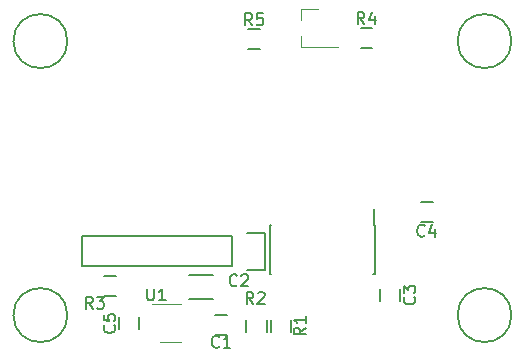
<source format=gto>
G04 #@! TF.FileFunction,Legend,Top*
%FSLAX46Y46*%
G04 Gerber Fmt 4.6, Leading zero omitted, Abs format (unit mm)*
G04 Created by KiCad (PCBNEW 4.0.5+dfsg1-4) date Tue Mar 13 15:03:46 2018*
%MOMM*%
%LPD*%
G01*
G04 APERTURE LIST*
%ADD10C,0.100000*%
%ADD11C,0.150000*%
%ADD12C,0.120000*%
G04 APERTURE END LIST*
D10*
D11*
X126994880Y-95367760D02*
X114294880Y-95367760D01*
X114294880Y-95367760D02*
X114294880Y-92827760D01*
X114294880Y-92827760D02*
X126994880Y-92827760D01*
X129814880Y-95647760D02*
X128264880Y-95647760D01*
X126994880Y-95367760D02*
X126994880Y-92827760D01*
X128264880Y-92547760D02*
X129814880Y-92547760D01*
X129814880Y-92547760D02*
X129814880Y-95647760D01*
D12*
X132804880Y-73617760D02*
X132804880Y-74547760D01*
X132804880Y-76777760D02*
X132804880Y-75847760D01*
X132804880Y-76777760D02*
X135964880Y-76777760D01*
X132804880Y-73617760D02*
X134264880Y-73617760D01*
D11*
X139070000Y-91905000D02*
X139045000Y-91905000D01*
X139070000Y-96055000D02*
X138955000Y-96055000D01*
X130170000Y-96055000D02*
X130285000Y-96055000D01*
X130170000Y-91905000D02*
X130285000Y-91905000D01*
X139070000Y-91905000D02*
X139070000Y-96055000D01*
X130170000Y-91905000D02*
X130170000Y-96055000D01*
X139045000Y-91905000D02*
X139045000Y-90530000D01*
X113050880Y-76297760D02*
G75*
G03X113050880Y-76297760I-2286000J0D01*
G01*
X150650880Y-76297760D02*
G75*
G03X150650880Y-76297760I-2286000J0D01*
G01*
X113050880Y-99497760D02*
G75*
G03X113050880Y-99497760I-2286000J0D01*
G01*
X150650880Y-99497760D02*
G75*
G03X150650880Y-99497760I-2286000J0D01*
G01*
X119114880Y-100697760D02*
X119114880Y-99697760D01*
X117414880Y-99697760D02*
X117414880Y-100697760D01*
X125564880Y-101147760D02*
X126564880Y-101147760D01*
X126564880Y-99447760D02*
X125564880Y-99447760D01*
X125364880Y-96072760D02*
X123364880Y-96072760D01*
X123364880Y-98122760D02*
X125364880Y-98122760D01*
X141214880Y-98297760D02*
X141214880Y-97297760D01*
X139514880Y-97297760D02*
X139514880Y-98297760D01*
X142964880Y-91647760D02*
X143964880Y-91647760D01*
X143964880Y-89947760D02*
X142964880Y-89947760D01*
X130314880Y-99897760D02*
X130314880Y-100897760D01*
X132014880Y-100897760D02*
X132014880Y-99897760D01*
X129914880Y-100897760D02*
X129914880Y-99897760D01*
X128214880Y-99897760D02*
X128214880Y-100897760D01*
X117164880Y-96147760D02*
X116164880Y-96147760D01*
X116164880Y-97847760D02*
X117164880Y-97847760D01*
X138879200Y-75197600D02*
X137879200Y-75197600D01*
X137879200Y-76897600D02*
X138879200Y-76897600D01*
X128364880Y-76947760D02*
X129364880Y-76947760D01*
X129364880Y-75247760D02*
X128364880Y-75247760D01*
D12*
X120864880Y-101807760D02*
X122664880Y-101807760D01*
X122664880Y-98587760D02*
X120214880Y-98587760D01*
D11*
X117022023Y-100364426D02*
X117069642Y-100412045D01*
X117117261Y-100554902D01*
X117117261Y-100650140D01*
X117069642Y-100792998D01*
X116974404Y-100888236D01*
X116879166Y-100935855D01*
X116688690Y-100983474D01*
X116545832Y-100983474D01*
X116355356Y-100935855D01*
X116260118Y-100888236D01*
X116164880Y-100792998D01*
X116117261Y-100650140D01*
X116117261Y-100554902D01*
X116164880Y-100412045D01*
X116212499Y-100364426D01*
X116117261Y-99459664D02*
X116117261Y-99935855D01*
X116593451Y-99983474D01*
X116545832Y-99935855D01*
X116498213Y-99840617D01*
X116498213Y-99602521D01*
X116545832Y-99507283D01*
X116593451Y-99459664D01*
X116688690Y-99412045D01*
X116926785Y-99412045D01*
X117022023Y-99459664D01*
X117069642Y-99507283D01*
X117117261Y-99602521D01*
X117117261Y-99840617D01*
X117069642Y-99935855D01*
X117022023Y-99983474D01*
X125898214Y-102154903D02*
X125850595Y-102202522D01*
X125707738Y-102250141D01*
X125612500Y-102250141D01*
X125469642Y-102202522D01*
X125374404Y-102107284D01*
X125326785Y-102012046D01*
X125279166Y-101821570D01*
X125279166Y-101678712D01*
X125326785Y-101488236D01*
X125374404Y-101392998D01*
X125469642Y-101297760D01*
X125612500Y-101250141D01*
X125707738Y-101250141D01*
X125850595Y-101297760D01*
X125898214Y-101345379D01*
X126850595Y-102250141D02*
X126279166Y-102250141D01*
X126564880Y-102250141D02*
X126564880Y-101250141D01*
X126469642Y-101392998D01*
X126374404Y-101488236D01*
X126279166Y-101535855D01*
X127398214Y-96954903D02*
X127350595Y-97002522D01*
X127207738Y-97050141D01*
X127112500Y-97050141D01*
X126969642Y-97002522D01*
X126874404Y-96907284D01*
X126826785Y-96812046D01*
X126779166Y-96621570D01*
X126779166Y-96478712D01*
X126826785Y-96288236D01*
X126874404Y-96192998D01*
X126969642Y-96097760D01*
X127112500Y-96050141D01*
X127207738Y-96050141D01*
X127350595Y-96097760D01*
X127398214Y-96145379D01*
X127779166Y-96145379D02*
X127826785Y-96097760D01*
X127922023Y-96050141D01*
X128160119Y-96050141D01*
X128255357Y-96097760D01*
X128302976Y-96145379D01*
X128350595Y-96240617D01*
X128350595Y-96335855D01*
X128302976Y-96478712D01*
X127731547Y-97050141D01*
X128350595Y-97050141D01*
X142422023Y-97964426D02*
X142469642Y-98012045D01*
X142517261Y-98154902D01*
X142517261Y-98250140D01*
X142469642Y-98392998D01*
X142374404Y-98488236D01*
X142279166Y-98535855D01*
X142088690Y-98583474D01*
X141945832Y-98583474D01*
X141755356Y-98535855D01*
X141660118Y-98488236D01*
X141564880Y-98392998D01*
X141517261Y-98250140D01*
X141517261Y-98154902D01*
X141564880Y-98012045D01*
X141612499Y-97964426D01*
X141517261Y-97631093D02*
X141517261Y-97012045D01*
X141898213Y-97345379D01*
X141898213Y-97202521D01*
X141945832Y-97107283D01*
X141993451Y-97059664D01*
X142088690Y-97012045D01*
X142326785Y-97012045D01*
X142422023Y-97059664D01*
X142469642Y-97107283D01*
X142517261Y-97202521D01*
X142517261Y-97488236D01*
X142469642Y-97583474D01*
X142422023Y-97631093D01*
X143298214Y-92754903D02*
X143250595Y-92802522D01*
X143107738Y-92850141D01*
X143012500Y-92850141D01*
X142869642Y-92802522D01*
X142774404Y-92707284D01*
X142726785Y-92612046D01*
X142679166Y-92421570D01*
X142679166Y-92278712D01*
X142726785Y-92088236D01*
X142774404Y-91992998D01*
X142869642Y-91897760D01*
X143012500Y-91850141D01*
X143107738Y-91850141D01*
X143250595Y-91897760D01*
X143298214Y-91945379D01*
X144155357Y-92183474D02*
X144155357Y-92850141D01*
X143917261Y-91802522D02*
X143679166Y-92516808D01*
X144298214Y-92516808D01*
X133217261Y-100564426D02*
X132741070Y-100897760D01*
X133217261Y-101135855D02*
X132217261Y-101135855D01*
X132217261Y-100754902D01*
X132264880Y-100659664D01*
X132312499Y-100612045D01*
X132407737Y-100564426D01*
X132550594Y-100564426D01*
X132645832Y-100612045D01*
X132693451Y-100659664D01*
X132741070Y-100754902D01*
X132741070Y-101135855D01*
X133217261Y-99612045D02*
X133217261Y-100183474D01*
X133217261Y-99897760D02*
X132217261Y-99897760D01*
X132360118Y-99992998D01*
X132455356Y-100088236D01*
X132502975Y-100183474D01*
X128798214Y-98550141D02*
X128464880Y-98073950D01*
X128226785Y-98550141D02*
X128226785Y-97550141D01*
X128607738Y-97550141D01*
X128702976Y-97597760D01*
X128750595Y-97645379D01*
X128798214Y-97740617D01*
X128798214Y-97883474D01*
X128750595Y-97978712D01*
X128702976Y-98026331D01*
X128607738Y-98073950D01*
X128226785Y-98073950D01*
X129179166Y-97645379D02*
X129226785Y-97597760D01*
X129322023Y-97550141D01*
X129560119Y-97550141D01*
X129655357Y-97597760D01*
X129702976Y-97645379D01*
X129750595Y-97740617D01*
X129750595Y-97835855D01*
X129702976Y-97978712D01*
X129131547Y-98550141D01*
X129750595Y-98550141D01*
X115198214Y-98950141D02*
X114864880Y-98473950D01*
X114626785Y-98950141D02*
X114626785Y-97950141D01*
X115007738Y-97950141D01*
X115102976Y-97997760D01*
X115150595Y-98045379D01*
X115198214Y-98140617D01*
X115198214Y-98283474D01*
X115150595Y-98378712D01*
X115102976Y-98426331D01*
X115007738Y-98473950D01*
X114626785Y-98473950D01*
X115531547Y-97950141D02*
X116150595Y-97950141D01*
X115817261Y-98331093D01*
X115960119Y-98331093D01*
X116055357Y-98378712D01*
X116102976Y-98426331D01*
X116150595Y-98521570D01*
X116150595Y-98759665D01*
X116102976Y-98854903D01*
X116055357Y-98902522D01*
X115960119Y-98950141D01*
X115674404Y-98950141D01*
X115579166Y-98902522D01*
X115531547Y-98854903D01*
X138198214Y-74850141D02*
X137864880Y-74373950D01*
X137626785Y-74850141D02*
X137626785Y-73850141D01*
X138007738Y-73850141D01*
X138102976Y-73897760D01*
X138150595Y-73945379D01*
X138198214Y-74040617D01*
X138198214Y-74183474D01*
X138150595Y-74278712D01*
X138102976Y-74326331D01*
X138007738Y-74373950D01*
X137626785Y-74373950D01*
X139055357Y-74183474D02*
X139055357Y-74850141D01*
X138817261Y-73802522D02*
X138579166Y-74516808D01*
X139198214Y-74516808D01*
X128698214Y-74950141D02*
X128364880Y-74473950D01*
X128126785Y-74950141D02*
X128126785Y-73950141D01*
X128507738Y-73950141D01*
X128602976Y-73997760D01*
X128650595Y-74045379D01*
X128698214Y-74140617D01*
X128698214Y-74283474D01*
X128650595Y-74378712D01*
X128602976Y-74426331D01*
X128507738Y-74473950D01*
X128126785Y-74473950D01*
X129602976Y-73950141D02*
X129126785Y-73950141D01*
X129079166Y-74426331D01*
X129126785Y-74378712D01*
X129222023Y-74331093D01*
X129460119Y-74331093D01*
X129555357Y-74378712D01*
X129602976Y-74426331D01*
X129650595Y-74521570D01*
X129650595Y-74759665D01*
X129602976Y-74854903D01*
X129555357Y-74902522D01*
X129460119Y-74950141D01*
X129222023Y-74950141D01*
X129126785Y-74902522D01*
X129079166Y-74854903D01*
X119802975Y-97250141D02*
X119802975Y-98059665D01*
X119850594Y-98154903D01*
X119898213Y-98202522D01*
X119993451Y-98250141D01*
X120183928Y-98250141D01*
X120279166Y-98202522D01*
X120326785Y-98154903D01*
X120374404Y-98059665D01*
X120374404Y-97250141D01*
X121374404Y-98250141D02*
X120802975Y-98250141D01*
X121088689Y-98250141D02*
X121088689Y-97250141D01*
X120993451Y-97392998D01*
X120898213Y-97488236D01*
X120802975Y-97535855D01*
M02*

</source>
